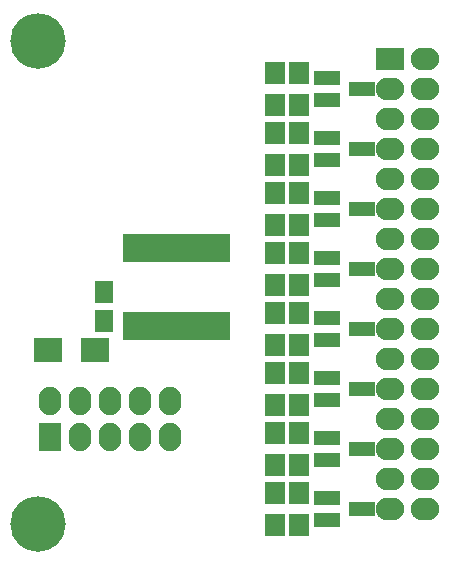
<source format=gbr>
G04 #@! TF.FileFunction,Soldermask,Bot*
%FSLAX46Y46*%
G04 Gerber Fmt 4.6, Leading zero omitted, Abs format (unit mm)*
G04 Created by KiCad (PCBNEW 4.0.4-stable) date 12/22/16 08:10:22*
%MOMM*%
%LPD*%
G01*
G04 APERTURE LIST*
%ADD10C,0.100000*%
%ADD11O,2.400000X1.900000*%
%ADD12R,2.400000X1.900000*%
%ADD13O,1.900000X2.400000*%
%ADD14R,1.900000X2.400000*%
%ADD15R,1.650000X1.900000*%
%ADD16R,2.400000X2.000000*%
%ADD17R,0.800000X2.400000*%
%ADD18R,2.300000X1.200000*%
%ADD19R,1.700000X1.900000*%
%ADD20C,4.700000*%
G04 APERTURE END LIST*
D10*
D11*
X143768000Y-143256000D03*
X146808000Y-143256000D03*
X143768000Y-138176000D03*
X146808000Y-138176000D03*
X146808000Y-140716000D03*
X143768000Y-140716000D03*
X143768000Y-135636000D03*
X146808000Y-135636000D03*
X146808000Y-133096000D03*
X143768000Y-133096000D03*
X143768000Y-130556000D03*
X146808000Y-130556000D03*
X146808000Y-128016000D03*
X143768000Y-128016000D03*
X143768000Y-125476000D03*
X146808000Y-125476000D03*
X146808000Y-122936000D03*
X143768000Y-122936000D03*
X143768000Y-120396000D03*
X146808000Y-120396000D03*
X146808000Y-117856000D03*
X143768000Y-117856000D03*
X143768000Y-115316000D03*
X146808000Y-115316000D03*
X146808000Y-112776000D03*
X143768000Y-112776000D03*
D12*
X143768000Y-105156000D03*
D11*
X146808000Y-105156000D03*
X143768000Y-107696000D03*
X146808000Y-107696000D03*
X143768000Y-110236000D03*
X146808000Y-110236000D03*
D13*
X125222000Y-137156000D03*
X125222000Y-134116000D03*
X122682000Y-134116000D03*
X122682000Y-137156000D03*
D14*
X115062000Y-137156000D03*
D13*
X115062000Y-134116000D03*
X117602000Y-137156000D03*
X117602000Y-134116000D03*
X120142000Y-137156000D03*
X120142000Y-134116000D03*
D15*
X119634000Y-127361000D03*
X119634000Y-124861000D03*
D16*
X118840000Y-129794000D03*
X114840000Y-129794000D03*
D17*
X121505000Y-121160000D03*
X129955000Y-127760000D03*
X122155000Y-121160000D03*
X122805000Y-121160000D03*
X123455000Y-121160000D03*
X124105000Y-121160000D03*
X124755000Y-121160000D03*
X125405000Y-121160000D03*
X126055000Y-121160000D03*
X126705000Y-121160000D03*
X127355000Y-121160000D03*
X128005000Y-121160000D03*
X128655000Y-121160000D03*
X129305000Y-121160000D03*
X129955000Y-121160000D03*
X129305000Y-127760000D03*
X128655000Y-127760000D03*
X128005000Y-127760000D03*
X127355000Y-127760000D03*
X126705000Y-127760000D03*
X126055000Y-127760000D03*
X125405000Y-127760000D03*
X124755000Y-127760000D03*
X124105000Y-127760000D03*
X123455000Y-127760000D03*
X122805000Y-127760000D03*
X122155000Y-127760000D03*
X121505000Y-127760000D03*
D18*
X138454000Y-108646000D03*
X138454000Y-106746000D03*
X141454000Y-107696000D03*
X138454000Y-113726000D03*
X138454000Y-111826000D03*
X141454000Y-112776000D03*
X138454000Y-118806000D03*
X138454000Y-116906000D03*
X141454000Y-117856000D03*
X138454000Y-123886000D03*
X138454000Y-121986000D03*
X141454000Y-122936000D03*
X138454000Y-128966000D03*
X138454000Y-127066000D03*
X141454000Y-128016000D03*
X138454000Y-134046000D03*
X138454000Y-132146000D03*
X141454000Y-133096000D03*
X138454000Y-139126000D03*
X138454000Y-137226000D03*
X141454000Y-138176000D03*
X138454000Y-144206000D03*
X138454000Y-142306000D03*
X141454000Y-143256000D03*
D19*
X134112000Y-109046000D03*
X134112000Y-106346000D03*
X136144000Y-109046000D03*
X136144000Y-106346000D03*
X134112000Y-114126000D03*
X134112000Y-111426000D03*
X136144000Y-114126000D03*
X136144000Y-111426000D03*
X134112000Y-119206000D03*
X134112000Y-116506000D03*
X136144000Y-119206000D03*
X136144000Y-116506000D03*
X134112000Y-124286000D03*
X134112000Y-121586000D03*
X136144000Y-124286000D03*
X136144000Y-121586000D03*
X134112000Y-129366000D03*
X134112000Y-126666000D03*
X136144000Y-129366000D03*
X136144000Y-126666000D03*
X134112000Y-134446000D03*
X134112000Y-131746000D03*
X136144000Y-134446000D03*
X136144000Y-131746000D03*
X134112000Y-139526000D03*
X134112000Y-136826000D03*
X136144000Y-139526000D03*
X136144000Y-136826000D03*
X134112000Y-144606000D03*
X134112000Y-141906000D03*
X136144000Y-144606000D03*
X136144000Y-141906000D03*
D20*
X114046000Y-144526000D03*
X114046000Y-103632000D03*
M02*

</source>
